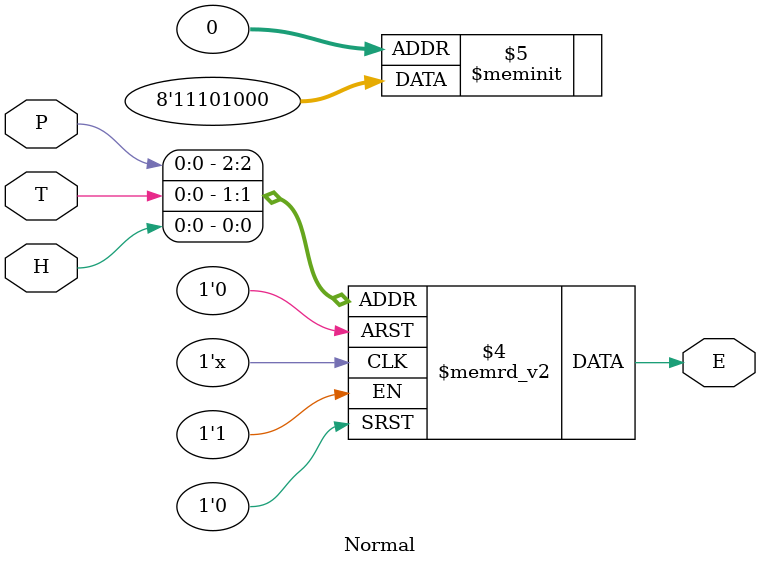
<source format=v>



// Generated by Quartus II 64-Bit Version 12.1 (Build Build 243 01/31/2013)
// Created on Fri Feb 14 16:27:05 2014

//  Module Declaration
module Normal
(
// {{ALTERA_ARGS_BEGIN}} DO NOT REMOVE THIS LINE!
P, T, H, E
// {{ALTERA_ARGS_END}} DO NOT REMOVE THIS LINE!
);
// Port Declaration

// {{ALTERA_IO_BEGIN}} DO NOT REMOVE THIS LINE!
input P;
input T;
input H;
output E;
// {{ALTERA_IO_END}} DO NOT REMOVE THIS LINE!
reg E; 

	always @(P or T or H)
	begin 
		case({P, T, H})
		3'b000: E= 'b0;
		3'b001: E= 'b0;
		3'b010: E= 'b0;
		3'b011: E= 'b1;
		3'b100: E= 'b0;
		3'b101: E= 'b1;
		3'b110: E= 'b1;
		3'b111: E= 'b1;
		endcase
	end


endmodule

</source>
